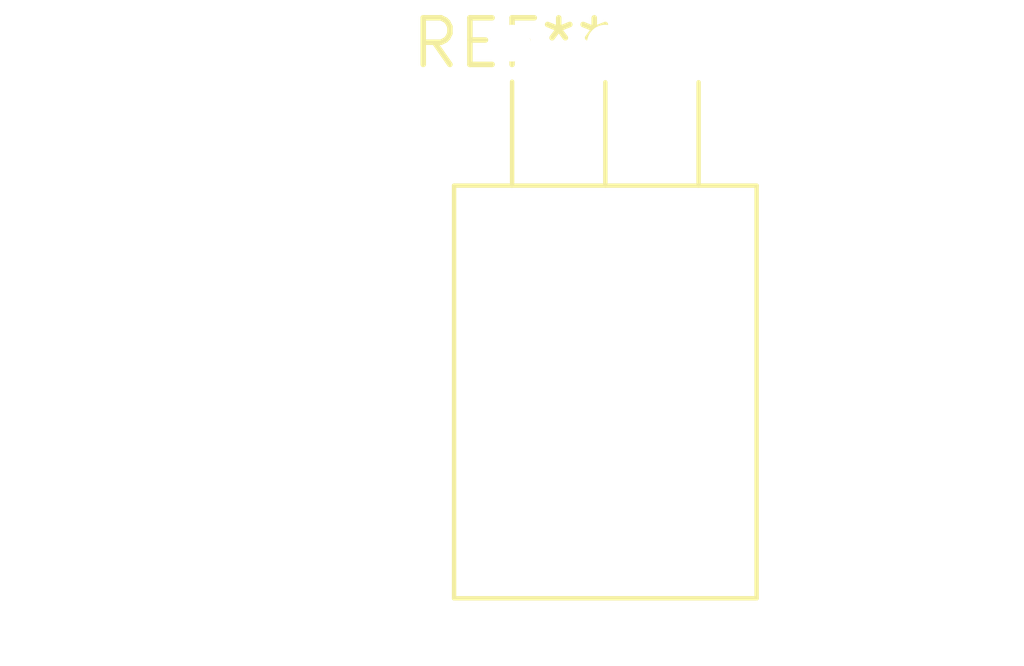
<source format=kicad_pcb>
(kicad_pcb (version 20240108) (generator pcbnew)
  (layers (0 "F.Cu" signal) (31 "B.Cu" signal) (34 "B.Paste" user) (35 "F.Paste" user) (36 "B.SilkS" user "B.Silkscreen") (37 "F.SilkS" user "F.Silkscreen") (38 "B.Mask" user) (39 "F.Mask" user) (44 "Edge.Cuts" user))
  (net 0 "")
  (footprint "TO-126-3_Horizontal_TabUp" (layer "F.Cu") (at 0 0)
    (property "Reference" "REF**")
    (property "Value" "TO-126-3_Horizontal_TabUp")
    (fp_line (start -1.58 3.88) (end -1.58 15.12) (layer "F.SilkS") (stroke (width 0.12)))
    (fp_line (start -1.58 3.88) (end 6.66 3.88) (layer "F.SilkS") (stroke (width 0.12)))
    (fp_line (start -1.58 15.12) (end 6.66 15.12) (layer "F.SilkS") (stroke (width 0.12)))
    (fp_line (start 0 1.05) (end 0 3.88) (layer "F.SilkS") (stroke (width 0.12)))
    (fp_line (start 2.54 1.066) (end 2.54 3.88) (layer "F.SilkS") (stroke (width 0.12)))
    (fp_line (start 5.08 1.066) (end 5.08 3.88) (layer "F.SilkS") (stroke (width 0.12)))
    (fp_line (start 6.66 3.88) (end 6.66 15.12) (layer "F.SilkS") (stroke (width 0.12)))
    (pad "" np_thru_hole oval (at 2.54 11.1) (size 3.2 3.2) (drill 3.2) (layers *.Cu *.Mask))
    (pad "1" thru_hole rect (at 0 0) (size 1.8 1.8) (drill 1) (layers *.Cu *.Mask) (remove_unused_layers))
    (pad "2" thru_hole oval (at 2.54 0) (size 1.8 1.8) (drill 1) (layers *.Cu *.Mask) (remove_unused_layers))
    (pad "3" thru_hole oval (at 5.08 0) (size 1.8 1.8) (drill 1) (layers *.Cu *.Mask) (remove_unused_layers))
  )
)
</source>
